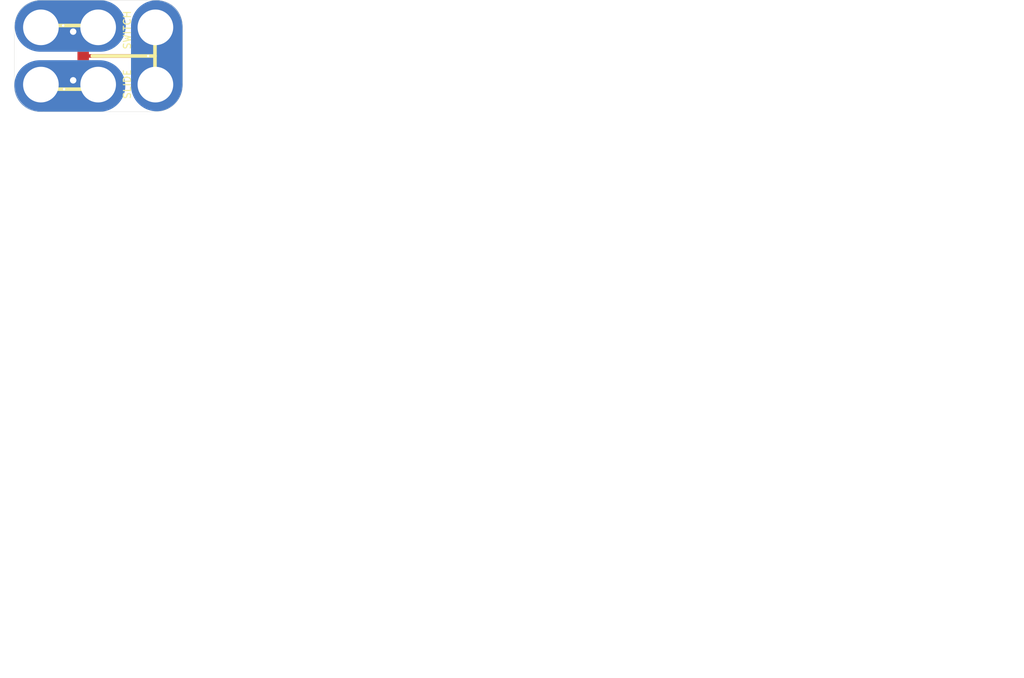
<source format=kicad_pcb>
(kicad_pcb (version 4) (host pcbnew 4.0.5-e0-6337~49~ubuntu16.04.1)

  (general
    (links 0)
    (no_connects 0)
    (area 0 0 0 0)
    (thickness 1.6)
    (drawings 1)
    (tracks 0)
    (zones 0)
    (modules 1)
    (nets 1)
  )

  (page USLetter)
  (title_block
    (title "2x3 Slide Switch (CL-SB) SMT")
    (date "17 Mar 2017")
    (rev 1.0)
    (company "All rights reserved.")
    (comment 1 help@browndoggadgets.com)
    (comment 2 http://browndoggadgets.com/)
    (comment 3 "Brown Dog Gadgets")
  )

  (layers
    (0 F.Cu signal)
    (31 B.Cu signal)
    (34 B.Paste user)
    (35 F.Paste user)
    (36 B.SilkS user)
    (37 F.SilkS user)
    (38 B.Mask user)
    (39 F.Mask user)
    (40 Dwgs.User user)
    (44 Edge.Cuts user)
    (46 B.CrtYd user)
    (47 F.CrtYd user)
    (48 B.Fab user)
    (49 F.Fab user)
  )

  (setup
    (last_trace_width 0.254)
    (user_trace_width 0.1524)
    (user_trace_width 0.254)
    (user_trace_width 0.3302)
    (user_trace_width 0.508)
    (user_trace_width 0.762)
    (user_trace_width 1.27)
    (trace_clearance 0.254)
    (zone_clearance 0.508)
    (zone_45_only no)
    (trace_min 0.1524)
    (segment_width 0.1524)
    (edge_width 0.1524)
    (via_size 0.6858)
    (via_drill 0.3302)
    (via_min_size 0.6858)
    (via_min_drill 0.3302)
    (user_via 0.6858 0.3302)
    (user_via 0.762 0.4064)
    (user_via 0.8636 0.508)
    (uvia_size 0.6858)
    (uvia_drill 0.3302)
    (uvias_allowed no)
    (uvia_min_size 0)
    (uvia_min_drill 0)
    (pcb_text_width 0.1524)
    (pcb_text_size 1.016 1.016)
    (mod_edge_width 0.1524)
    (mod_text_size 1.016 1.016)
    (mod_text_width 0.1524)
    (pad_size 1.524 1.524)
    (pad_drill 0.762)
    (pad_to_mask_clearance 0.0762)
    (solder_mask_min_width 0.1016)
    (pad_to_paste_clearance -0.0762)
    (aux_axis_origin 0 0)
    (visible_elements FFFEDF7D)
    (pcbplotparams
      (layerselection 0x310fc_80000001)
      (usegerberextensions true)
      (excludeedgelayer true)
      (linewidth 0.100000)
      (plotframeref false)
      (viasonmask false)
      (mode 1)
      (useauxorigin false)
      (hpglpennumber 1)
      (hpglpenspeed 20)
      (hpglpendiameter 15)
      (hpglpenoverlay 2)
      (psnegative false)
      (psa4output false)
      (plotreference true)
      (plotvalue true)
      (plotinvisibletext false)
      (padsonsilk false)
      (subtractmaskfromsilk false)
      (outputformat 1)
      (mirror false)
      (drillshape 0)
      (scaleselection 1)
      (outputdirectory gerbers))
  )

  (net 0 "")

  (net_class Default "This is the default net class."
    (clearance 0.254)
    (trace_width 0.254)
    (via_dia 0.6858)
    (via_drill 0.3302)
    (uvia_dia 0.6858)
    (uvia_drill 0.3302)
  )

  (module Crazy_Circuits:SWITCH-SPDT-3PIN-CL-SB-SMT-2x3 (layer F.Cu) (tedit 58CEC5A3) (tstamp 58CEE9B3)
    (at 2.8702 51.89474)
    (descr "SWITCH SPDT 0S102011MA1QN1 2x3")
    (tags "SWITCH SPDT 0S102011MA1QN1 2x3")
    (path /587FDCA1)
    (fp_text reference SW1 (at 8 -3.8735) (layer F.SilkS) hide
      (effects (font (size 1 1) (thickness 0.15)))
    )
    (fp_text value "P/N CL-SB-12A-01T" (at 8.2 4.8) (layer F.Fab) hide
      (effects (font (size 1 1) (thickness 0.15)))
    )
    (fp_line (start 2.032 0) (end 6.858 0) (layer F.Fab) (width 0.04064))
    (fp_line (start 2.032 -7.874) (end 2.032 0) (layer F.Fab) (width 0.04064))
    (fp_line (start 6.858 -7.874) (end 2.032 -7.874) (layer F.Fab) (width 0.04064))
    (fp_circle (center 4.5212 -0.5588) (end 4.762647 -0.127) (layer F.Fab) (width 0.04064))
    (fp_circle (center 4.503988 -7.3025) (end 4.821488 -6.985) (layer F.Fab) (width 0.04064))
    (fp_text user %R (at 4.5085 -3.81) (layer F.Fab)
      (effects (font (size 1 1) (thickness 0.15)))
    )
    (fp_line (start 6.858 -7.874) (end 6.858 0) (layer F.Fab) (width 0.04064))
    (fp_line (start -0.0635 -8.1915) (end 8.255 -8.1915) (layer B.Cu) (width 7.2))
    (fp_line (start 3.1115 -6.5405) (end 3.1115 -8.3185) (layer F.Cu) (width 0.5))
    (fp_text user "SLIDE " (at 12.065 -0.4445 90) (layer F.SilkS)
      (effects (font (size 1 1) (thickness 0.15)))
    )
    (fp_line (start -0.635 -8.255) (end 9.271 -8.255) (layer F.SilkS) (width 0.5))
    (fp_text user SWITCH (at 12.065 -7.62 270) (layer F.SilkS)
      (effects (font (size 1 1) (thickness 0.15)))
    )
    (fp_arc (start 0.106632 -8.00018) (end -3.693368 -7.90018) (angle 89.9) (layer Edge.Cuts) (width 0.04064))
    (fp_arc (start 0.111824 0) (end 0.411824 3.8) (angle 94.51398846) (layer Edge.Cuts) (width 0.04064))
    (fp_arc (start 16 0) (end 19.8 -0.1) (angle 91.50743576) (layer Edge.Cuts) (width 0.04064))
    (fp_arc (start 16 -8) (end 15.9 -11.8) (angle 91.50743576) (layer Edge.Cuts) (width 0.04064))
    (fp_line (start 19.8 -8) (end 19.8 0) (layer Edge.Cuts) (width 0.04064))
    (fp_line (start 16 -11.8) (end 0 -11.8) (layer Edge.Cuts) (width 0.04064))
    (fp_line (start 16 3.8) (end 0.3 3.8) (layer Edge.Cuts) (width 0.04064))
    (fp_line (start -3.7 -8) (end -3.7 0) (layer Edge.Cuts) (width 0.04064))
    (fp_arc (start 0.106632 -8.00018) (end -3.693368 -7.90018) (angle 89.9) (layer F.Fab) (width 0.04064))
    (fp_arc (start 0.111824 0) (end 0.411824 3.8) (angle 94.51398846) (layer F.Fab) (width 0.04064))
    (fp_arc (start 16 0) (end 19.8 -0.1) (angle 91.50743576) (layer F.Fab) (width 0.04064))
    (fp_arc (start 16 -8) (end 15.9 -11.8) (angle 91.50743576) (layer F.Fab) (width 0.04064))
    (fp_line (start 19.8 -8) (end 19.8 0) (layer F.Fab) (width 0.04064))
    (fp_line (start 16 -11.8) (end 0 -11.8) (layer F.Fab) (width 0.04064))
    (fp_line (start 16 3.8) (end 0.3 3.8) (layer F.Fab) (width 0.04064))
    (fp_line (start -3.7 -8) (end -3.7 0) (layer F.Fab) (width 0.04064))
    (fp_line (start 15.9385 0.3175) (end 15.9385 -8.4455) (layer F.SilkS) (width 0.5))
    (fp_line (start -0.635 -8.255) (end 9.271 -8.255) (layer B.Cu) (width 0.5))
    (fp_line (start 15.9385 0.3175) (end 15.9385 -8.4455) (layer B.Mask) (width 0.5))
    (fp_line (start -0.635 -8.255) (end 9.271 -8.255) (layer B.Mask) (width 0.5))
    (fp_line (start 15.9385 0.3175) (end 15.9385 -8.4455) (layer B.Cu) (width 0.5))
    (fp_line (start -0.8255 0.635) (end 9.0805 0.635) (layer F.SilkS) (width 0.5))
    (fp_line (start -0.8255 0.635) (end 9.0805 0.635) (layer B.Cu) (width 0.5))
    (fp_line (start -0.8255 0.635) (end 9.0805 0.635) (layer B.Mask) (width 0.5))
    (fp_line (start 5.7785 -4.0005) (end 15.0495 -4.0005) (layer F.Cu) (width 0.5))
    (fp_line (start 3.2385 -1.5875) (end 3.2385 0.6985) (layer F.Cu) (width 0.5))
    (fp_line (start 14.986 -4.0005) (end 15.9385 -4.0005) (layer B.Cu) (width 0.5))
    (fp_line (start 15.9385 -4.0005) (end 7.1755 -4.0005) (layer F.SilkS) (width 0.5))
    (fp_line (start -0.0635 -8.1915) (end 8.255 -8.1915) (layer B.Mask) (width 7.2))
    (fp_line (start -0.127 0.1905) (end 8.1915 0.1905) (layer B.Cu) (width 7.2))
    (fp_line (start -0.127 0.1905) (end 8.1915 0.1905) (layer B.Mask) (width 7.2))
    (fp_line (start 16.1925 0.127) (end 16.1925 -8.1915) (layer B.Cu) (width 7.2))
    (fp_line (start 16.1925 0.127) (end 16.1925 -8.1915) (layer B.Mask) (width 7.2))
    (pad 1 smd rect (at 3.10896 -6.49986 270) (size 1.19888 1.6002) (layers F.Cu F.Paste F.Mask))
    (pad 2 smd rect (at 5.90804 -4.0005 270) (size 1.19888 1.6002) (layers F.Cu F.Paste F.Mask)
      (clearance 0.09906))
    (pad 3 smd rect (at 3.10896 -1.50114 270) (size 1.19888 1.6002) (layers F.Cu F.Paste F.Mask))
    (pad "" np_thru_hole circle (at 4.5085 -7.40156 270) (size 0.89916 0.89916) (drill 0.89916) (layers *.Cu)
      (clearance 0.0508))
    (pad "" np_thru_hole circle (at 4.5085 -0.59944 270) (size 0.89916 0.89916) (drill 0.89916) (layers *.Cu)
      (clearance 0.0508))
    (pad "" np_thru_hole circle (at 16 -8) (size 4.98 4.98) (drill 4.98) (layers *.Cu B.Mask))
    (pad "" np_thru_hole circle (at 0 0) (size 4.98 4.98) (drill 4.98) (layers *.Cu B.Mask))
    (pad "" np_thru_hole circle (at 16 0) (size 4.98 4.98) (drill 4.98) (layers *.Cu B.Mask))
    (pad "" np_thru_hole circle (at 0 -8) (size 4.98 4.98) (drill 4.98) (layers *.Cu B.Mask))
    (pad "" np_thru_hole circle (at 8 -8) (size 4.98 4.98) (drill 4.98) (layers *.Cu B.Mask))
    (pad "" np_thru_hole circle (at 8 0) (size 4.98 4.98) (drill 4.98) (layers *.Cu B.Mask))
    (pad "" np_thru_hole circle (at 3.1115 -8.255) (size 0.6858 0.6858) (drill 0.3302) (layers *.Cu *.Mask))
    (pad "" np_thru_hole circle (at 14.986 -4.0005 270) (size 0.6858 0.6858) (drill 0.3302) (layers *.Cu *.Mask))
    (pad "" np_thru_hole circle (at 3.2385 0.635 180) (size 0.6858 0.6858) (drill 0.3302) (layers *.Cu *.Mask))
  )

  (gr_text "FABRICATION NOTES\n\n1. THIS IS A 2 LAYER BOARD. \n2. EXTERNAL LAYERS SHALL HAVE 1 OZ COPPER.\n3. MATERIAL: FR4 AND 0.062 INCH +/- 10% THICK.\n4. BOARDS SHALL BE ROHS COMPLIANT. \n5. MANUFACTURE IN ACCORDANCE WITH IPC-6012 CLASS 2\n6. MASK: BOTH SIDES OF THE BOARD SHALL HAVE \n   SOLDER MASK (RED) OVER BARE COPPER. \n7. SILK: BOTH SIDES OF THE BOARD SHALL HAVE \n   WHITE SILKSCREEN. DO NOT PLACE SILK OVER BARE COPPER.\n8. FINISH: ENIG.\n9. MINIMUM TRACE WIDTH - 0.006 INCH.\n   MINIMUM SPACE - 0.006 INCH.\n   MINIMUM HOLE DIA - 0.013 INCH. \n10. MAX HOLE PLACEMENT TOLERANCE OF +/- 0.003 INCH.\n11. MAX HOLE DIAMETER TOLERANCE OF +/- 0.003 INCH AFTER PLATING." (at -2.8448 100.14712) (layer Dwgs.User)
    (effects (font (size 2.54 2.54) (thickness 0.254)) (justify left))
  )

)

</source>
